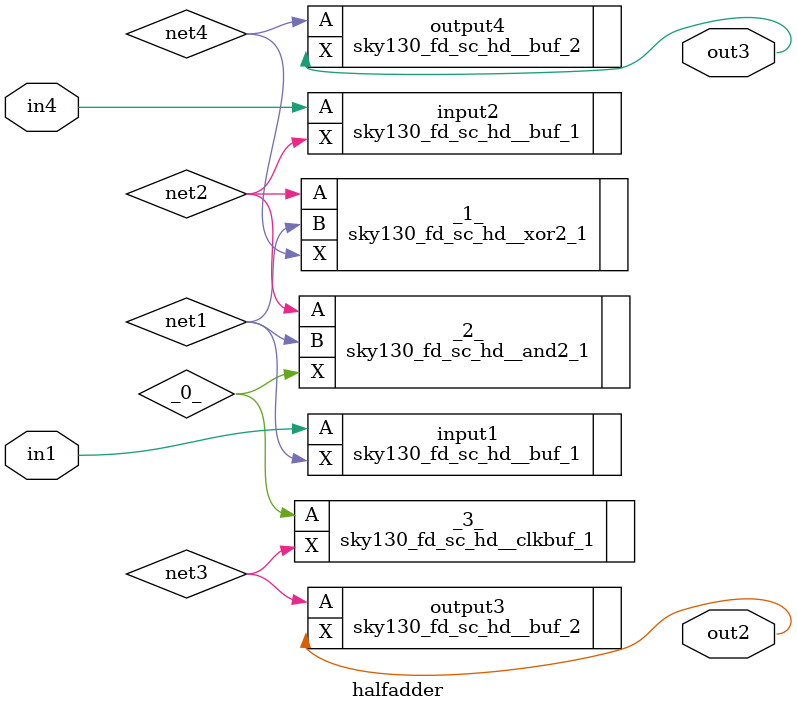
<source format=v>
module halfadder (in1,
    in4,
    out2,
    out3);
 input in1;
 input in4;
 output out2;
 output out3;

 wire _0_;
 wire net1;
 wire net2;
 wire net3;
 wire net4;

 sky130_fd_sc_hd__fill_2 FILLER_0_0_109 ();
 sky130_ef_sc_hd__decap_12 FILLER_0_0_15 ();
 sky130_fd_sc_hd__fill_1 FILLER_0_0_27 ();
 sky130_ef_sc_hd__decap_12 FILLER_0_0_29 ();
 sky130_ef_sc_hd__decap_12 FILLER_0_0_3 ();
 sky130_ef_sc_hd__decap_12 FILLER_0_0_41 ();
 sky130_fd_sc_hd__decap_3 FILLER_0_0_53 ();
 sky130_ef_sc_hd__decap_12 FILLER_0_0_57 ();
 sky130_ef_sc_hd__decap_12 FILLER_0_0_69 ();
 sky130_fd_sc_hd__decap_3 FILLER_0_0_81 ();
 sky130_ef_sc_hd__decap_12 FILLER_0_0_85 ();
 sky130_ef_sc_hd__decap_12 FILLER_0_0_97 ();
 sky130_fd_sc_hd__fill_2 FILLER_0_10_105 ();
 sky130_fd_sc_hd__decap_8 FILLER_0_10_18 ();
 sky130_fd_sc_hd__fill_2 FILLER_0_10_26 ();
 sky130_ef_sc_hd__decap_12 FILLER_0_10_29 ();
 sky130_ef_sc_hd__decap_12 FILLER_0_10_41 ();
 sky130_ef_sc_hd__decap_12 FILLER_0_10_53 ();
 sky130_ef_sc_hd__decap_12 FILLER_0_10_6 ();
 sky130_ef_sc_hd__decap_12 FILLER_0_10_65 ();
 sky130_fd_sc_hd__decap_6 FILLER_0_10_77 ();
 sky130_fd_sc_hd__fill_1 FILLER_0_10_83 ();
 sky130_ef_sc_hd__decap_12 FILLER_0_10_85 ();
 sky130_fd_sc_hd__decap_8 FILLER_0_10_97 ();
 sky130_fd_sc_hd__decap_6 FILLER_0_11_105 ();
 sky130_ef_sc_hd__decap_12 FILLER_0_11_15 ();
 sky130_ef_sc_hd__decap_12 FILLER_0_11_27 ();
 sky130_ef_sc_hd__decap_12 FILLER_0_11_3 ();
 sky130_ef_sc_hd__decap_12 FILLER_0_11_39 ();
 sky130_fd_sc_hd__decap_4 FILLER_0_11_51 ();
 sky130_fd_sc_hd__fill_1 FILLER_0_11_55 ();
 sky130_ef_sc_hd__decap_12 FILLER_0_11_57 ();
 sky130_ef_sc_hd__decap_12 FILLER_0_11_69 ();
 sky130_ef_sc_hd__decap_12 FILLER_0_11_81 ();
 sky130_ef_sc_hd__decap_12 FILLER_0_11_93 ();
 sky130_fd_sc_hd__fill_2 FILLER_0_12_109 ();
 sky130_ef_sc_hd__decap_12 FILLER_0_12_15 ();
 sky130_fd_sc_hd__fill_1 FILLER_0_12_27 ();
 sky130_ef_sc_hd__decap_12 FILLER_0_12_29 ();
 sky130_ef_sc_hd__decap_12 FILLER_0_12_3 ();
 sky130_ef_sc_hd__decap_12 FILLER_0_12_41 ();
 sky130_ef_sc_hd__decap_12 FILLER_0_12_53 ();
 sky130_ef_sc_hd__decap_12 FILLER_0_12_65 ();
 sky130_fd_sc_hd__decap_6 FILLER_0_12_77 ();
 sky130_fd_sc_hd__fill_1 FILLER_0_12_83 ();
 sky130_ef_sc_hd__decap_12 FILLER_0_12_85 ();
 sky130_ef_sc_hd__decap_12 FILLER_0_12_97 ();
 sky130_fd_sc_hd__decap_6 FILLER_0_13_105 ();
 sky130_ef_sc_hd__decap_12 FILLER_0_13_15 ();
 sky130_ef_sc_hd__decap_12 FILLER_0_13_27 ();
 sky130_ef_sc_hd__decap_12 FILLER_0_13_3 ();
 sky130_ef_sc_hd__decap_12 FILLER_0_13_39 ();
 sky130_fd_sc_hd__decap_4 FILLER_0_13_51 ();
 sky130_fd_sc_hd__fill_1 FILLER_0_13_55 ();
 sky130_ef_sc_hd__decap_12 FILLER_0_13_57 ();
 sky130_ef_sc_hd__decap_12 FILLER_0_13_69 ();
 sky130_ef_sc_hd__decap_12 FILLER_0_13_81 ();
 sky130_ef_sc_hd__decap_12 FILLER_0_13_93 ();
 sky130_fd_sc_hd__fill_2 FILLER_0_14_109 ();
 sky130_ef_sc_hd__decap_12 FILLER_0_14_15 ();
 sky130_fd_sc_hd__fill_1 FILLER_0_14_27 ();
 sky130_ef_sc_hd__decap_12 FILLER_0_14_29 ();
 sky130_ef_sc_hd__decap_12 FILLER_0_14_3 ();
 sky130_ef_sc_hd__decap_12 FILLER_0_14_41 ();
 sky130_ef_sc_hd__decap_12 FILLER_0_14_53 ();
 sky130_ef_sc_hd__decap_12 FILLER_0_14_65 ();
 sky130_fd_sc_hd__decap_6 FILLER_0_14_77 ();
 sky130_fd_sc_hd__fill_1 FILLER_0_14_83 ();
 sky130_ef_sc_hd__decap_12 FILLER_0_14_85 ();
 sky130_ef_sc_hd__decap_12 FILLER_0_14_97 ();
 sky130_fd_sc_hd__decap_6 FILLER_0_15_105 ();
 sky130_ef_sc_hd__decap_12 FILLER_0_15_15 ();
 sky130_ef_sc_hd__decap_12 FILLER_0_15_27 ();
 sky130_ef_sc_hd__decap_12 FILLER_0_15_3 ();
 sky130_ef_sc_hd__decap_12 FILLER_0_15_39 ();
 sky130_fd_sc_hd__decap_4 FILLER_0_15_51 ();
 sky130_fd_sc_hd__fill_1 FILLER_0_15_55 ();
 sky130_ef_sc_hd__decap_12 FILLER_0_15_57 ();
 sky130_ef_sc_hd__decap_12 FILLER_0_15_69 ();
 sky130_ef_sc_hd__decap_12 FILLER_0_15_81 ();
 sky130_ef_sc_hd__decap_12 FILLER_0_15_93 ();
 sky130_fd_sc_hd__fill_2 FILLER_0_16_109 ();
 sky130_ef_sc_hd__decap_12 FILLER_0_16_15 ();
 sky130_fd_sc_hd__fill_1 FILLER_0_16_27 ();
 sky130_ef_sc_hd__decap_12 FILLER_0_16_29 ();
 sky130_ef_sc_hd__decap_12 FILLER_0_16_3 ();
 sky130_ef_sc_hd__decap_12 FILLER_0_16_41 ();
 sky130_ef_sc_hd__decap_12 FILLER_0_16_53 ();
 sky130_ef_sc_hd__decap_12 FILLER_0_16_65 ();
 sky130_fd_sc_hd__decap_6 FILLER_0_16_77 ();
 sky130_fd_sc_hd__fill_1 FILLER_0_16_83 ();
 sky130_ef_sc_hd__decap_12 FILLER_0_16_85 ();
 sky130_ef_sc_hd__decap_12 FILLER_0_16_97 ();
 sky130_fd_sc_hd__decap_6 FILLER_0_17_105 ();
 sky130_ef_sc_hd__decap_12 FILLER_0_17_15 ();
 sky130_ef_sc_hd__decap_12 FILLER_0_17_27 ();
 sky130_ef_sc_hd__decap_12 FILLER_0_17_3 ();
 sky130_ef_sc_hd__decap_12 FILLER_0_17_39 ();
 sky130_fd_sc_hd__decap_4 FILLER_0_17_51 ();
 sky130_fd_sc_hd__fill_1 FILLER_0_17_55 ();
 sky130_ef_sc_hd__decap_12 FILLER_0_17_57 ();
 sky130_ef_sc_hd__decap_12 FILLER_0_17_69 ();
 sky130_ef_sc_hd__decap_12 FILLER_0_17_81 ();
 sky130_ef_sc_hd__decap_12 FILLER_0_17_93 ();
 sky130_fd_sc_hd__fill_2 FILLER_0_18_109 ();
 sky130_ef_sc_hd__decap_12 FILLER_0_18_15 ();
 sky130_fd_sc_hd__fill_1 FILLER_0_18_27 ();
 sky130_ef_sc_hd__decap_12 FILLER_0_18_29 ();
 sky130_ef_sc_hd__decap_12 FILLER_0_18_3 ();
 sky130_ef_sc_hd__decap_12 FILLER_0_18_41 ();
 sky130_fd_sc_hd__decap_3 FILLER_0_18_53 ();
 sky130_ef_sc_hd__decap_12 FILLER_0_18_57 ();
 sky130_ef_sc_hd__decap_12 FILLER_0_18_69 ();
 sky130_fd_sc_hd__decap_3 FILLER_0_18_81 ();
 sky130_ef_sc_hd__decap_12 FILLER_0_18_85 ();
 sky130_ef_sc_hd__decap_12 FILLER_0_18_97 ();
 sky130_fd_sc_hd__decap_6 FILLER_0_1_105 ();
 sky130_ef_sc_hd__decap_12 FILLER_0_1_15 ();
 sky130_ef_sc_hd__decap_12 FILLER_0_1_27 ();
 sky130_ef_sc_hd__decap_12 FILLER_0_1_3 ();
 sky130_ef_sc_hd__decap_12 FILLER_0_1_39 ();
 sky130_fd_sc_hd__decap_4 FILLER_0_1_51 ();
 sky130_fd_sc_hd__fill_1 FILLER_0_1_55 ();
 sky130_ef_sc_hd__decap_12 FILLER_0_1_57 ();
 sky130_ef_sc_hd__decap_12 FILLER_0_1_69 ();
 sky130_ef_sc_hd__decap_12 FILLER_0_1_81 ();
 sky130_ef_sc_hd__decap_12 FILLER_0_1_93 ();
 sky130_fd_sc_hd__fill_2 FILLER_0_2_109 ();
 sky130_ef_sc_hd__decap_12 FILLER_0_2_15 ();
 sky130_fd_sc_hd__fill_1 FILLER_0_2_27 ();
 sky130_ef_sc_hd__decap_12 FILLER_0_2_29 ();
 sky130_ef_sc_hd__decap_12 FILLER_0_2_3 ();
 sky130_ef_sc_hd__decap_12 FILLER_0_2_41 ();
 sky130_ef_sc_hd__decap_12 FILLER_0_2_53 ();
 sky130_ef_sc_hd__decap_12 FILLER_0_2_65 ();
 sky130_fd_sc_hd__decap_6 FILLER_0_2_77 ();
 sky130_fd_sc_hd__fill_1 FILLER_0_2_83 ();
 sky130_ef_sc_hd__decap_12 FILLER_0_2_85 ();
 sky130_ef_sc_hd__decap_12 FILLER_0_2_97 ();
 sky130_fd_sc_hd__decap_6 FILLER_0_3_105 ();
 sky130_ef_sc_hd__decap_12 FILLER_0_3_15 ();
 sky130_ef_sc_hd__decap_12 FILLER_0_3_27 ();
 sky130_ef_sc_hd__decap_12 FILLER_0_3_3 ();
 sky130_ef_sc_hd__decap_12 FILLER_0_3_39 ();
 sky130_fd_sc_hd__decap_4 FILLER_0_3_51 ();
 sky130_fd_sc_hd__fill_1 FILLER_0_3_55 ();
 sky130_ef_sc_hd__decap_12 FILLER_0_3_57 ();
 sky130_ef_sc_hd__decap_12 FILLER_0_3_69 ();
 sky130_ef_sc_hd__decap_12 FILLER_0_3_81 ();
 sky130_ef_sc_hd__decap_12 FILLER_0_3_93 ();
 sky130_fd_sc_hd__fill_2 FILLER_0_4_109 ();
 sky130_ef_sc_hd__decap_12 FILLER_0_4_15 ();
 sky130_fd_sc_hd__fill_1 FILLER_0_4_27 ();
 sky130_ef_sc_hd__decap_12 FILLER_0_4_29 ();
 sky130_ef_sc_hd__decap_12 FILLER_0_4_3 ();
 sky130_ef_sc_hd__decap_12 FILLER_0_4_41 ();
 sky130_ef_sc_hd__decap_12 FILLER_0_4_53 ();
 sky130_ef_sc_hd__decap_12 FILLER_0_4_65 ();
 sky130_fd_sc_hd__decap_6 FILLER_0_4_77 ();
 sky130_fd_sc_hd__fill_1 FILLER_0_4_83 ();
 sky130_ef_sc_hd__decap_12 FILLER_0_4_85 ();
 sky130_ef_sc_hd__decap_12 FILLER_0_4_97 ();
 sky130_fd_sc_hd__decap_6 FILLER_0_5_105 ();
 sky130_ef_sc_hd__decap_12 FILLER_0_5_15 ();
 sky130_ef_sc_hd__decap_12 FILLER_0_5_27 ();
 sky130_ef_sc_hd__decap_12 FILLER_0_5_3 ();
 sky130_ef_sc_hd__decap_12 FILLER_0_5_39 ();
 sky130_fd_sc_hd__decap_4 FILLER_0_5_51 ();
 sky130_fd_sc_hd__fill_1 FILLER_0_5_55 ();
 sky130_ef_sc_hd__decap_12 FILLER_0_5_57 ();
 sky130_ef_sc_hd__decap_12 FILLER_0_5_69 ();
 sky130_ef_sc_hd__decap_12 FILLER_0_5_81 ();
 sky130_ef_sc_hd__decap_12 FILLER_0_5_93 ();
 sky130_fd_sc_hd__fill_2 FILLER_0_6_109 ();
 sky130_ef_sc_hd__decap_12 FILLER_0_6_15 ();
 sky130_fd_sc_hd__fill_1 FILLER_0_6_27 ();
 sky130_ef_sc_hd__decap_12 FILLER_0_6_29 ();
 sky130_ef_sc_hd__decap_12 FILLER_0_6_3 ();
 sky130_ef_sc_hd__decap_12 FILLER_0_6_41 ();
 sky130_ef_sc_hd__decap_12 FILLER_0_6_53 ();
 sky130_ef_sc_hd__decap_12 FILLER_0_6_65 ();
 sky130_fd_sc_hd__decap_6 FILLER_0_6_77 ();
 sky130_fd_sc_hd__fill_1 FILLER_0_6_83 ();
 sky130_ef_sc_hd__decap_12 FILLER_0_6_85 ();
 sky130_ef_sc_hd__decap_12 FILLER_0_6_97 ();
 sky130_fd_sc_hd__decap_6 FILLER_0_7_105 ();
 sky130_ef_sc_hd__decap_12 FILLER_0_7_15 ();
 sky130_ef_sc_hd__decap_12 FILLER_0_7_27 ();
 sky130_ef_sc_hd__decap_12 FILLER_0_7_3 ();
 sky130_ef_sc_hd__decap_12 FILLER_0_7_39 ();
 sky130_fd_sc_hd__decap_4 FILLER_0_7_51 ();
 sky130_fd_sc_hd__fill_1 FILLER_0_7_55 ();
 sky130_ef_sc_hd__decap_12 FILLER_0_7_57 ();
 sky130_ef_sc_hd__decap_12 FILLER_0_7_69 ();
 sky130_ef_sc_hd__decap_12 FILLER_0_7_81 ();
 sky130_ef_sc_hd__decap_12 FILLER_0_7_93 ();
 sky130_fd_sc_hd__fill_2 FILLER_0_8_109 ();
 sky130_ef_sc_hd__decap_12 FILLER_0_8_15 ();
 sky130_fd_sc_hd__fill_1 FILLER_0_8_27 ();
 sky130_ef_sc_hd__decap_12 FILLER_0_8_29 ();
 sky130_ef_sc_hd__decap_12 FILLER_0_8_3 ();
 sky130_ef_sc_hd__decap_12 FILLER_0_8_41 ();
 sky130_ef_sc_hd__decap_12 FILLER_0_8_53 ();
 sky130_ef_sc_hd__decap_12 FILLER_0_8_65 ();
 sky130_fd_sc_hd__decap_6 FILLER_0_8_77 ();
 sky130_fd_sc_hd__fill_1 FILLER_0_8_83 ();
 sky130_ef_sc_hd__decap_12 FILLER_0_8_85 ();
 sky130_ef_sc_hd__decap_12 FILLER_0_8_97 ();
 sky130_fd_sc_hd__decap_4 FILLER_0_9_103 ();
 sky130_ef_sc_hd__decap_12 FILLER_0_9_18 ();
 sky130_ef_sc_hd__decap_12 FILLER_0_9_30 ();
 sky130_fd_sc_hd__decap_8 FILLER_0_9_42 ();
 sky130_fd_sc_hd__fill_1 FILLER_0_9_50 ();
 sky130_ef_sc_hd__decap_12 FILLER_0_9_6 ();
 sky130_ef_sc_hd__decap_12 FILLER_0_9_67 ();
 sky130_ef_sc_hd__decap_12 FILLER_0_9_79 ();
 sky130_ef_sc_hd__decap_12 FILLER_0_9_91 ();
 sky130_fd_sc_hd__decap_3 PHY_EDGE_ROW_0_Left_19 ();
 sky130_fd_sc_hd__decap_3 PHY_EDGE_ROW_0_Right_0 ();
 sky130_fd_sc_hd__decap_3 PHY_EDGE_ROW_10_Left_29 ();
 sky130_fd_sc_hd__decap_3 PHY_EDGE_ROW_10_Right_10 ();
 sky130_fd_sc_hd__decap_3 PHY_EDGE_ROW_11_Left_30 ();
 sky130_fd_sc_hd__decap_3 PHY_EDGE_ROW_11_Right_11 ();
 sky130_fd_sc_hd__decap_3 PHY_EDGE_ROW_12_Left_31 ();
 sky130_fd_sc_hd__decap_3 PHY_EDGE_ROW_12_Right_12 ();
 sky130_fd_sc_hd__decap_3 PHY_EDGE_ROW_13_Left_32 ();
 sky130_fd_sc_hd__decap_3 PHY_EDGE_ROW_13_Right_13 ();
 sky130_fd_sc_hd__decap_3 PHY_EDGE_ROW_14_Left_33 ();
 sky130_fd_sc_hd__decap_3 PHY_EDGE_ROW_14_Right_14 ();
 sky130_fd_sc_hd__decap_3 PHY_EDGE_ROW_15_Left_34 ();
 sky130_fd_sc_hd__decap_3 PHY_EDGE_ROW_15_Right_15 ();
 sky130_fd_sc_hd__decap_3 PHY_EDGE_ROW_16_Left_35 ();
 sky130_fd_sc_hd__decap_3 PHY_EDGE_ROW_16_Right_16 ();
 sky130_fd_sc_hd__decap_3 PHY_EDGE_ROW_17_Left_36 ();
 sky130_fd_sc_hd__decap_3 PHY_EDGE_ROW_17_Right_17 ();
 sky130_fd_sc_hd__decap_3 PHY_EDGE_ROW_18_Left_37 ();
 sky130_fd_sc_hd__decap_3 PHY_EDGE_ROW_18_Right_18 ();
 sky130_fd_sc_hd__decap_3 PHY_EDGE_ROW_1_Left_20 ();
 sky130_fd_sc_hd__decap_3 PHY_EDGE_ROW_1_Right_1 ();
 sky130_fd_sc_hd__decap_3 PHY_EDGE_ROW_2_Left_21 ();
 sky130_fd_sc_hd__decap_3 PHY_EDGE_ROW_2_Right_2 ();
 sky130_fd_sc_hd__decap_3 PHY_EDGE_ROW_3_Left_22 ();
 sky130_fd_sc_hd__decap_3 PHY_EDGE_ROW_3_Right_3 ();
 sky130_fd_sc_hd__decap_3 PHY_EDGE_ROW_4_Left_23 ();
 sky130_fd_sc_hd__decap_3 PHY_EDGE_ROW_4_Right_4 ();
 sky130_fd_sc_hd__decap_3 PHY_EDGE_ROW_5_Left_24 ();
 sky130_fd_sc_hd__decap_3 PHY_EDGE_ROW_5_Right_5 ();
 sky130_fd_sc_hd__decap_3 PHY_EDGE_ROW_6_Left_25 ();
 sky130_fd_sc_hd__decap_3 PHY_EDGE_ROW_6_Right_6 ();
 sky130_fd_sc_hd__decap_3 PHY_EDGE_ROW_7_Left_26 ();
 sky130_fd_sc_hd__decap_3 PHY_EDGE_ROW_7_Right_7 ();
 sky130_fd_sc_hd__decap_3 PHY_EDGE_ROW_8_Left_27 ();
 sky130_fd_sc_hd__decap_3 PHY_EDGE_ROW_8_Right_8 ();
 sky130_fd_sc_hd__decap_3 PHY_EDGE_ROW_9_Left_28 ();
 sky130_fd_sc_hd__decap_3 PHY_EDGE_ROW_9_Right_9 ();
 sky130_fd_sc_hd__tapvpwrvgnd_1 TAP_TAPCELL_ROW_0_38 ();
 sky130_fd_sc_hd__tapvpwrvgnd_1 TAP_TAPCELL_ROW_0_39 ();
 sky130_fd_sc_hd__tapvpwrvgnd_1 TAP_TAPCELL_ROW_0_40 ();
 sky130_fd_sc_hd__tapvpwrvgnd_1 TAP_TAPCELL_ROW_10_54 ();
 sky130_fd_sc_hd__tapvpwrvgnd_1 TAP_TAPCELL_ROW_10_55 ();
 sky130_fd_sc_hd__tapvpwrvgnd_1 TAP_TAPCELL_ROW_11_56 ();
 sky130_fd_sc_hd__tapvpwrvgnd_1 TAP_TAPCELL_ROW_12_57 ();
 sky130_fd_sc_hd__tapvpwrvgnd_1 TAP_TAPCELL_ROW_12_58 ();
 sky130_fd_sc_hd__tapvpwrvgnd_1 TAP_TAPCELL_ROW_13_59 ();
 sky130_fd_sc_hd__tapvpwrvgnd_1 TAP_TAPCELL_ROW_14_60 ();
 sky130_fd_sc_hd__tapvpwrvgnd_1 TAP_TAPCELL_ROW_14_61 ();
 sky130_fd_sc_hd__tapvpwrvgnd_1 TAP_TAPCELL_ROW_15_62 ();
 sky130_fd_sc_hd__tapvpwrvgnd_1 TAP_TAPCELL_ROW_16_63 ();
 sky130_fd_sc_hd__tapvpwrvgnd_1 TAP_TAPCELL_ROW_16_64 ();
 sky130_fd_sc_hd__tapvpwrvgnd_1 TAP_TAPCELL_ROW_17_65 ();
 sky130_fd_sc_hd__tapvpwrvgnd_1 TAP_TAPCELL_ROW_18_66 ();
 sky130_fd_sc_hd__tapvpwrvgnd_1 TAP_TAPCELL_ROW_18_67 ();
 sky130_fd_sc_hd__tapvpwrvgnd_1 TAP_TAPCELL_ROW_18_68 ();
 sky130_fd_sc_hd__tapvpwrvgnd_1 TAP_TAPCELL_ROW_1_41 ();
 sky130_fd_sc_hd__tapvpwrvgnd_1 TAP_TAPCELL_ROW_2_42 ();
 sky130_fd_sc_hd__tapvpwrvgnd_1 TAP_TAPCELL_ROW_2_43 ();
 sky130_fd_sc_hd__tapvpwrvgnd_1 TAP_TAPCELL_ROW_3_44 ();
 sky130_fd_sc_hd__tapvpwrvgnd_1 TAP_TAPCELL_ROW_4_45 ();
 sky130_fd_sc_hd__tapvpwrvgnd_1 TAP_TAPCELL_ROW_4_46 ();
 sky130_fd_sc_hd__tapvpwrvgnd_1 TAP_TAPCELL_ROW_5_47 ();
 sky130_fd_sc_hd__tapvpwrvgnd_1 TAP_TAPCELL_ROW_6_48 ();
 sky130_fd_sc_hd__tapvpwrvgnd_1 TAP_TAPCELL_ROW_6_49 ();
 sky130_fd_sc_hd__tapvpwrvgnd_1 TAP_TAPCELL_ROW_7_50 ();
 sky130_fd_sc_hd__tapvpwrvgnd_1 TAP_TAPCELL_ROW_8_51 ();
 sky130_fd_sc_hd__tapvpwrvgnd_1 TAP_TAPCELL_ROW_8_52 ();
 sky130_fd_sc_hd__tapvpwrvgnd_1 TAP_TAPCELL_ROW_9_53 ();
 sky130_fd_sc_hd__xor2_1 _1_ (.A(net2),
    .B(net1),
    .X(net4));
 sky130_fd_sc_hd__and2_1 _2_ (.A(net2),
    .B(net1),
    .X(_0_));
 sky130_fd_sc_hd__clkbuf_1 _3_ (.A(_0_),
    .X(net3));
 sky130_fd_sc_hd__buf_1 input1 (.A(in1),
    .X(net1));
 sky130_fd_sc_hd__buf_1 input2 (.A(in4),
    .X(net2));
 sky130_fd_sc_hd__buf_2 output3 (.A(net3),
    .X(out2));
 sky130_fd_sc_hd__buf_2 output4 (.A(net4),
    .X(out3));
endmodule


</source>
